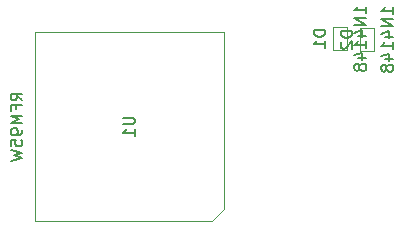
<source format=gbr>
%TF.GenerationSoftware,KiCad,Pcbnew,5.1.9+dfsg1-1*%
%TF.CreationDate,2021-05-22T15:32:01+02:00*%
%TF.ProjectId,smartyreader_ng_lora,736d6172-7479-4726-9561-6465725f6e67,rev?*%
%TF.SameCoordinates,Original*%
%TF.FileFunction,Other,Fab,Bot*%
%FSLAX46Y46*%
G04 Gerber Fmt 4.6, Leading zero omitted, Abs format (unit mm)*
G04 Created by KiCad (PCBNEW 5.1.9+dfsg1-1) date 2021-05-22 15:32:01*
%MOMM*%
%LPD*%
G01*
G04 APERTURE LIST*
%ADD10C,0.100000*%
%ADD11C,0.150000*%
G04 APERTURE END LIST*
D10*
%TO.C,D2*%
X156576000Y-110760000D02*
X155336000Y-110760000D01*
X156576000Y-112760000D02*
X156576000Y-110760000D01*
X155336000Y-112760000D02*
X156576000Y-112760000D01*
X155336000Y-110760000D02*
X155336000Y-112760000D01*
%TO.C,D1*%
X153050000Y-110680000D02*
X153050000Y-112680000D01*
X153050000Y-112680000D02*
X154290000Y-112680000D01*
X154290000Y-112680000D02*
X154290000Y-110680000D01*
X154290000Y-110680000D02*
X153050000Y-110680000D01*
%TO.C,U1*%
X143810000Y-126126000D02*
X143810000Y-111126000D01*
X127810000Y-111126000D02*
X143810000Y-111126000D01*
X127810000Y-127126000D02*
X127810000Y-111126000D01*
X127810000Y-127126000D02*
X142810000Y-127126000D01*
X143810000Y-126126000D02*
X142810000Y-127126000D01*
%TD*%
%TO.C,D2*%
D11*
X158158380Y-109617142D02*
X158158380Y-109045714D01*
X158158380Y-109331428D02*
X157158380Y-109331428D01*
X157301238Y-109236190D01*
X157396476Y-109140952D01*
X157444095Y-109045714D01*
X158158380Y-110045714D02*
X157158380Y-110045714D01*
X158158380Y-110617142D01*
X157158380Y-110617142D01*
X157491714Y-111521904D02*
X158158380Y-111521904D01*
X157110761Y-111283809D02*
X157825047Y-111045714D01*
X157825047Y-111664761D01*
X158158380Y-112569523D02*
X158158380Y-111998095D01*
X158158380Y-112283809D02*
X157158380Y-112283809D01*
X157301238Y-112188571D01*
X157396476Y-112093333D01*
X157444095Y-111998095D01*
X157491714Y-113426666D02*
X158158380Y-113426666D01*
X157110761Y-113188571D02*
X157825047Y-112950476D01*
X157825047Y-113569523D01*
X157586952Y-114093333D02*
X157539333Y-113998095D01*
X157491714Y-113950476D01*
X157396476Y-113902857D01*
X157348857Y-113902857D01*
X157253619Y-113950476D01*
X157206000Y-113998095D01*
X157158380Y-114093333D01*
X157158380Y-114283809D01*
X157206000Y-114379047D01*
X157253619Y-114426666D01*
X157348857Y-114474285D01*
X157396476Y-114474285D01*
X157491714Y-114426666D01*
X157539333Y-114379047D01*
X157586952Y-114283809D01*
X157586952Y-114093333D01*
X157634571Y-113998095D01*
X157682190Y-113950476D01*
X157777428Y-113902857D01*
X157967904Y-113902857D01*
X158063142Y-113950476D01*
X158110761Y-113998095D01*
X158158380Y-114093333D01*
X158158380Y-114283809D01*
X158110761Y-114379047D01*
X158063142Y-114426666D01*
X157967904Y-114474285D01*
X157777428Y-114474285D01*
X157682190Y-114426666D01*
X157634571Y-114379047D01*
X157586952Y-114283809D01*
X154708380Y-111021904D02*
X153708380Y-111021904D01*
X153708380Y-111260000D01*
X153756000Y-111402857D01*
X153851238Y-111498095D01*
X153946476Y-111545714D01*
X154136952Y-111593333D01*
X154279809Y-111593333D01*
X154470285Y-111545714D01*
X154565523Y-111498095D01*
X154660761Y-111402857D01*
X154708380Y-111260000D01*
X154708380Y-111021904D01*
X153803619Y-111974285D02*
X153756000Y-112021904D01*
X153708380Y-112117142D01*
X153708380Y-112355238D01*
X153756000Y-112450476D01*
X153803619Y-112498095D01*
X153898857Y-112545714D01*
X153994095Y-112545714D01*
X154136952Y-112498095D01*
X154708380Y-111926666D01*
X154708380Y-112545714D01*
%TO.C,D1*%
X155872380Y-109537142D02*
X155872380Y-108965714D01*
X155872380Y-109251428D02*
X154872380Y-109251428D01*
X155015238Y-109156190D01*
X155110476Y-109060952D01*
X155158095Y-108965714D01*
X155872380Y-109965714D02*
X154872380Y-109965714D01*
X155872380Y-110537142D01*
X154872380Y-110537142D01*
X155205714Y-111441904D02*
X155872380Y-111441904D01*
X154824761Y-111203809D02*
X155539047Y-110965714D01*
X155539047Y-111584761D01*
X155872380Y-112489523D02*
X155872380Y-111918095D01*
X155872380Y-112203809D02*
X154872380Y-112203809D01*
X155015238Y-112108571D01*
X155110476Y-112013333D01*
X155158095Y-111918095D01*
X155205714Y-113346666D02*
X155872380Y-113346666D01*
X154824761Y-113108571D02*
X155539047Y-112870476D01*
X155539047Y-113489523D01*
X155300952Y-114013333D02*
X155253333Y-113918095D01*
X155205714Y-113870476D01*
X155110476Y-113822857D01*
X155062857Y-113822857D01*
X154967619Y-113870476D01*
X154920000Y-113918095D01*
X154872380Y-114013333D01*
X154872380Y-114203809D01*
X154920000Y-114299047D01*
X154967619Y-114346666D01*
X155062857Y-114394285D01*
X155110476Y-114394285D01*
X155205714Y-114346666D01*
X155253333Y-114299047D01*
X155300952Y-114203809D01*
X155300952Y-114013333D01*
X155348571Y-113918095D01*
X155396190Y-113870476D01*
X155491428Y-113822857D01*
X155681904Y-113822857D01*
X155777142Y-113870476D01*
X155824761Y-113918095D01*
X155872380Y-114013333D01*
X155872380Y-114203809D01*
X155824761Y-114299047D01*
X155777142Y-114346666D01*
X155681904Y-114394285D01*
X155491428Y-114394285D01*
X155396190Y-114346666D01*
X155348571Y-114299047D01*
X155300952Y-114203809D01*
X152422380Y-110941904D02*
X151422380Y-110941904D01*
X151422380Y-111180000D01*
X151470000Y-111322857D01*
X151565238Y-111418095D01*
X151660476Y-111465714D01*
X151850952Y-111513333D01*
X151993809Y-111513333D01*
X152184285Y-111465714D01*
X152279523Y-111418095D01*
X152374761Y-111322857D01*
X152422380Y-111180000D01*
X152422380Y-110941904D01*
X152422380Y-112465714D02*
X152422380Y-111894285D01*
X152422380Y-112180000D02*
X151422380Y-112180000D01*
X151565238Y-112084761D01*
X151660476Y-111989523D01*
X151708095Y-111894285D01*
%TO.C,U1*%
X126762380Y-116911714D02*
X126286190Y-116578380D01*
X126762380Y-116340285D02*
X125762380Y-116340285D01*
X125762380Y-116721238D01*
X125810000Y-116816476D01*
X125857619Y-116864095D01*
X125952857Y-116911714D01*
X126095714Y-116911714D01*
X126190952Y-116864095D01*
X126238571Y-116816476D01*
X126286190Y-116721238D01*
X126286190Y-116340285D01*
X126238571Y-117673619D02*
X126238571Y-117340285D01*
X126762380Y-117340285D02*
X125762380Y-117340285D01*
X125762380Y-117816476D01*
X126762380Y-118197428D02*
X125762380Y-118197428D01*
X126476666Y-118530761D01*
X125762380Y-118864095D01*
X126762380Y-118864095D01*
X126762380Y-119387904D02*
X126762380Y-119578380D01*
X126714761Y-119673619D01*
X126667142Y-119721238D01*
X126524285Y-119816476D01*
X126333809Y-119864095D01*
X125952857Y-119864095D01*
X125857619Y-119816476D01*
X125810000Y-119768857D01*
X125762380Y-119673619D01*
X125762380Y-119483142D01*
X125810000Y-119387904D01*
X125857619Y-119340285D01*
X125952857Y-119292666D01*
X126190952Y-119292666D01*
X126286190Y-119340285D01*
X126333809Y-119387904D01*
X126381428Y-119483142D01*
X126381428Y-119673619D01*
X126333809Y-119768857D01*
X126286190Y-119816476D01*
X126190952Y-119864095D01*
X125762380Y-120768857D02*
X125762380Y-120292666D01*
X126238571Y-120245047D01*
X126190952Y-120292666D01*
X126143333Y-120387904D01*
X126143333Y-120626000D01*
X126190952Y-120721238D01*
X126238571Y-120768857D01*
X126333809Y-120816476D01*
X126571904Y-120816476D01*
X126667142Y-120768857D01*
X126714761Y-120721238D01*
X126762380Y-120626000D01*
X126762380Y-120387904D01*
X126714761Y-120292666D01*
X126667142Y-120245047D01*
X125762380Y-121149809D02*
X126762380Y-121387904D01*
X126048095Y-121578380D01*
X126762380Y-121768857D01*
X125762380Y-122006952D01*
X135262380Y-118364095D02*
X136071904Y-118364095D01*
X136167142Y-118411714D01*
X136214761Y-118459333D01*
X136262380Y-118554571D01*
X136262380Y-118745047D01*
X136214761Y-118840285D01*
X136167142Y-118887904D01*
X136071904Y-118935523D01*
X135262380Y-118935523D01*
X136262380Y-119935523D02*
X136262380Y-119364095D01*
X136262380Y-119649809D02*
X135262380Y-119649809D01*
X135405238Y-119554571D01*
X135500476Y-119459333D01*
X135548095Y-119364095D01*
%TD*%
M02*

</source>
